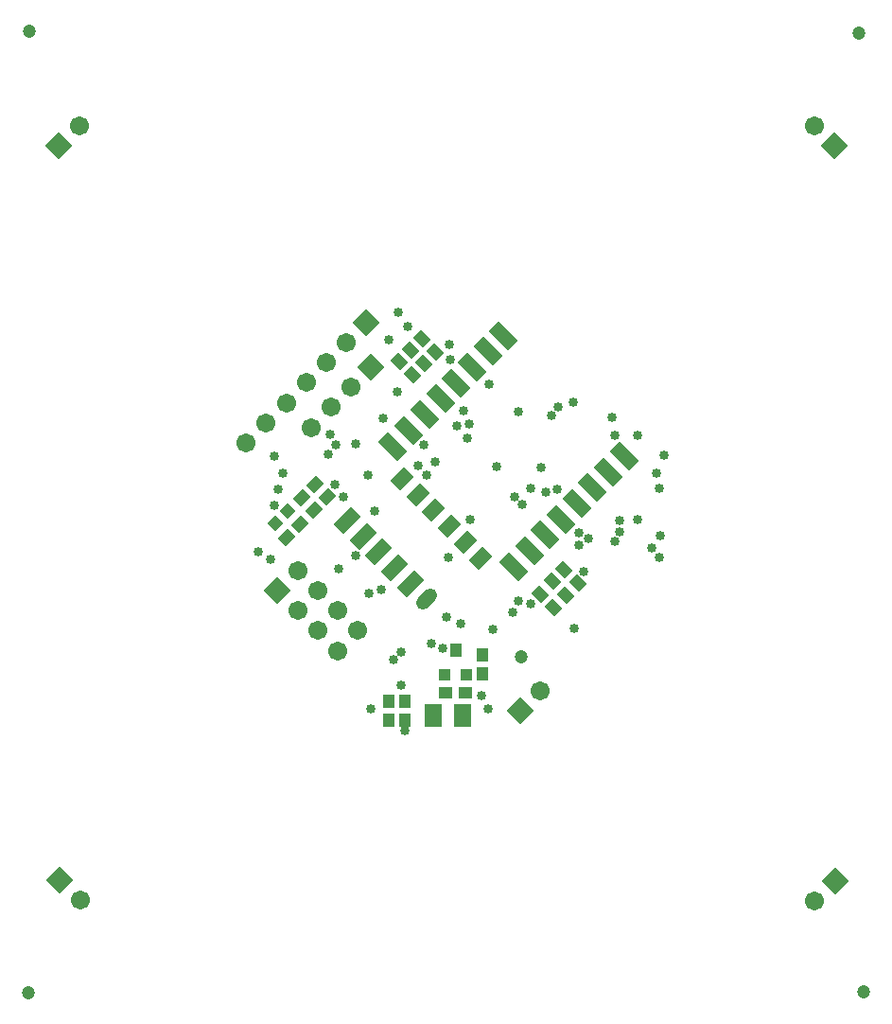
<source format=gbs>
G04 Layer_Color=16711935*
%FSLAX44Y44*%
%MOMM*%
G71*
G01*
G75*
%ADD53R,1.2032X1.0032*%
%ADD56R,1.0032X1.1032*%
%ADD57R,1.0032X1.2032*%
%ADD61P,1.4187X4X270.0*%
%ADD68R,1.0032X1.2032*%
G04:AMPARAMS|DCode=72|XSize=1.2032mm|YSize=1.0032mm|CornerRadius=0mm|HoleSize=0mm|Usage=FLASHONLY|Rotation=315.000|XOffset=0mm|YOffset=0mm|HoleType=Round|Shape=Rectangle|*
%AMROTATEDRECTD72*
4,1,4,-0.7801,0.0707,-0.0707,0.7801,0.7801,-0.0707,0.0707,-0.7801,-0.7801,0.0707,0.0*
%
%ADD72ROTATEDRECTD72*%

G04:AMPARAMS|DCode=73|XSize=1.2032mm|YSize=1.0032mm|CornerRadius=0mm|HoleSize=0mm|Usage=FLASHONLY|Rotation=45.000|XOffset=0mm|YOffset=0mm|HoleType=Round|Shape=Rectangle|*
%AMROTATEDRECTD73*
4,1,4,-0.0707,-0.7801,-0.7801,-0.0707,0.0707,0.7801,0.7801,0.0707,-0.0707,-0.7801,0.0*
%
%ADD73ROTATEDRECTD73*%

%ADD75P,2.4087X4X90.0*%
%ADD76C,1.7032*%
%ADD77P,2.4087X4X360.0*%
%ADD78C,0.8532*%
%ADD79C,1.2032*%
%ADD80R,1.6032X2.0032*%
G04:AMPARAMS|DCode=81|XSize=1.7032mm|YSize=1.2032mm|CornerRadius=0mm|HoleSize=0mm|Usage=FLASHONLY|Rotation=225.000|XOffset=0mm|YOffset=0mm|HoleType=Round|Shape=Rectangle|*
%AMROTATEDRECTD81*
4,1,4,0.1768,1.0276,1.0276,0.1768,-0.1768,-1.0276,-1.0276,-0.1768,0.1768,1.0276,0.0*
%
%ADD81ROTATEDRECTD81*%

G04:AMPARAMS|DCode=82|XSize=2.4532mm|YSize=1.2032mm|CornerRadius=0mm|HoleSize=0mm|Usage=FLASHONLY|Rotation=135.000|XOffset=0mm|YOffset=0mm|HoleType=Round|Shape=Rectangle|*
%AMROTATEDRECTD82*
4,1,4,1.2927,-0.4419,0.4419,-1.2927,-1.2927,0.4419,-0.4419,1.2927,1.2927,-0.4419,0.0*
%
%ADD82ROTATEDRECTD82*%

G04:AMPARAMS|DCode=83|XSize=1.2032mm|YSize=2.2032mm|CornerRadius=0mm|HoleSize=0mm|Usage=FLASHONLY|Rotation=135.000|XOffset=0mm|YOffset=0mm|HoleType=Round|Shape=Rectangle|*
%AMROTATEDRECTD83*
4,1,4,1.2044,0.3535,-0.3535,-1.2044,-1.2044,-0.3535,0.3535,1.2044,1.2044,0.3535,0.0*
%
%ADD83ROTATEDRECTD83*%

G04:AMPARAMS|DCode=84|XSize=1.2032mm|YSize=2.2032mm|CornerRadius=0mm|HoleSize=0mm|Usage=FLASHONLY|Rotation=135.000|XOffset=0mm|YOffset=0mm|HoleType=Round|Shape=Round|*
%AMOVALD84*
21,1,1.0000,1.2032,0.0000,0.0000,225.0*
1,1,1.2032,0.3535,0.3535*
1,1,1.2032,-0.3535,-0.3535*
%
%ADD84OVALD84*%

D53*
X496156Y318937D02*
D03*
X479156D02*
D03*
D56*
X497159Y335080D02*
D03*
X478159Y335080D02*
D03*
D57*
X487659Y357580D02*
D03*
D61*
X326715Y470771D02*
D03*
X337321Y481378D02*
D03*
D68*
X511785Y336006D02*
D03*
X511785Y353006D02*
D03*
X442622Y294577D02*
D03*
Y311577D02*
D03*
X428008Y311527D02*
D03*
X428008Y294527D02*
D03*
D72*
X586410Y406686D02*
D03*
X574389Y418707D02*
D03*
X597026Y417012D02*
D03*
X585005Y429033D02*
D03*
X563253Y407688D02*
D03*
X575273Y395667D02*
D03*
X449105Y603402D02*
D03*
X437084Y615423D02*
D03*
X447194Y625469D02*
D03*
X459215Y613448D02*
D03*
X457306Y635674D02*
D03*
X469327Y623653D02*
D03*
D73*
X336721Y458073D02*
D03*
X348742Y470093D02*
D03*
X360949Y482520D02*
D03*
X372970Y494541D02*
D03*
X350156Y493270D02*
D03*
X362177Y505290D02*
D03*
D75*
X132816Y808206D02*
D03*
X827196Y150921D02*
D03*
X407999Y650387D02*
D03*
X545570Y303312D02*
D03*
X412046Y610431D02*
D03*
D76*
X150776Y826167D02*
D03*
X400170Y374764D02*
D03*
X382210Y356803D02*
D03*
Y392724D02*
D03*
X364249Y374764D02*
D03*
Y410684D02*
D03*
X346288Y392724D02*
D03*
X346288Y428645D02*
D03*
X808972Y826167D02*
D03*
X809235Y132961D02*
D03*
X151632Y133549D02*
D03*
X354117Y596505D02*
D03*
X372077Y614465D02*
D03*
X390038Y632426D02*
D03*
X336156Y578545D02*
D03*
X318196Y560584D02*
D03*
X300236Y542624D02*
D03*
X563530Y321273D02*
D03*
X394085Y592470D02*
D03*
X376125Y574509D02*
D03*
X358164Y556549D02*
D03*
D77*
X328328Y410684D02*
D03*
X826933Y808206D02*
D03*
X133671Y151510D02*
D03*
D78*
X321820Y438757D02*
D03*
X579058Y501508D02*
D03*
X568648Y498620D02*
D03*
X554991Y398608D02*
D03*
X543696Y401300D02*
D03*
X476290Y359045D02*
D03*
X498003Y546699D02*
D03*
X411667Y304451D02*
D03*
X500098Y559726D02*
D03*
X494713Y571571D02*
D03*
X439375Y326304D02*
D03*
X540609Y494396D02*
D03*
X650480Y473910D02*
D03*
X634597Y473509D02*
D03*
X500423Y473759D02*
D03*
X481719Y440689D02*
D03*
X488616Y557670D02*
D03*
X517747Y595138D02*
D03*
X511350Y316527D02*
D03*
X442125Y285693D02*
D03*
X547345Y487584D02*
D03*
X555368Y501991D02*
D03*
X563926Y520450D02*
D03*
X671112Y459871D02*
D03*
X634687Y462969D02*
D03*
X629920Y454581D02*
D03*
X606837Y457133D02*
D03*
X598226Y451112D02*
D03*
X598331Y462282D02*
D03*
X325258Y531189D02*
D03*
X594257Y377189D02*
D03*
X627604Y565317D02*
D03*
X454322Y522021D02*
D03*
X462073Y514270D02*
D03*
X469555Y525517D02*
D03*
X524385Y521812D02*
D03*
X409215Y514279D02*
D03*
X386990Y494309D02*
D03*
X379864Y505531D02*
D03*
X415016Y481727D02*
D03*
X459257Y541189D02*
D03*
X422782Y564997D02*
D03*
X427599Y635048D02*
D03*
X435413Y588393D02*
D03*
X492587Y380640D02*
D03*
X663060Y448653D02*
D03*
X669988Y440593D02*
D03*
X650678Y549150D02*
D03*
X673969Y531655D02*
D03*
X667659Y515825D02*
D03*
X670345Y502084D02*
D03*
X539257Y391189D02*
D03*
X521257Y376189D02*
D03*
X479865Y386814D02*
D03*
X466200Y363513D02*
D03*
X398496Y541839D02*
D03*
X375520Y550428D02*
D03*
X380427Y541022D02*
D03*
X373782Y532842D02*
D03*
X445130Y646610D02*
D03*
X602256Y427853D02*
D03*
X410490Y408415D02*
D03*
X383000Y429918D02*
D03*
X398301Y441628D02*
D03*
X421025Y411393D02*
D03*
X431996Y348607D02*
D03*
X438899Y355781D02*
D03*
X325258Y487189D02*
D03*
X311258Y445494D02*
D03*
X436098Y659704D02*
D03*
X573257Y567189D02*
D03*
X579320Y575132D02*
D03*
X543622Y570305D02*
D03*
X592787Y579047D02*
D03*
X630257Y549189D02*
D03*
X482257Y631189D02*
D03*
X483257Y617189D02*
D03*
X332802Y515835D02*
D03*
X328655Y500980D02*
D03*
X517130Y304553D02*
D03*
D79*
X546730Y351101D02*
D03*
X848956Y909551D02*
D03*
X853315Y51791D02*
D03*
X105017Y50721D02*
D03*
X106234Y911229D02*
D03*
D80*
X467768Y299308D02*
D03*
X493769D02*
D03*
D81*
X439708Y510574D02*
D03*
X453850Y496432D02*
D03*
X467992Y482290D02*
D03*
X482134Y468147D02*
D03*
X496276Y454005D02*
D03*
X510418Y439863D02*
D03*
D82*
X539586Y431908D02*
D03*
X553729Y446050D02*
D03*
X567870Y460193D02*
D03*
X582013Y474334D02*
D03*
X596155Y488477D02*
D03*
X610297Y502619D02*
D03*
X624439Y516761D02*
D03*
X638582Y530903D02*
D03*
X530748Y638737D02*
D03*
X516605Y624595D02*
D03*
X502463Y610452D02*
D03*
X488321Y596311D02*
D03*
X474179Y582169D02*
D03*
X460037Y568026D02*
D03*
X445895Y553884D02*
D03*
X431753Y539742D02*
D03*
D83*
X390773Y473433D02*
D03*
X404915Y459292D02*
D03*
X419057Y445150D02*
D03*
X433199Y431007D02*
D03*
X447341Y416865D02*
D03*
D84*
X461483Y402723D02*
D03*
M02*

</source>
